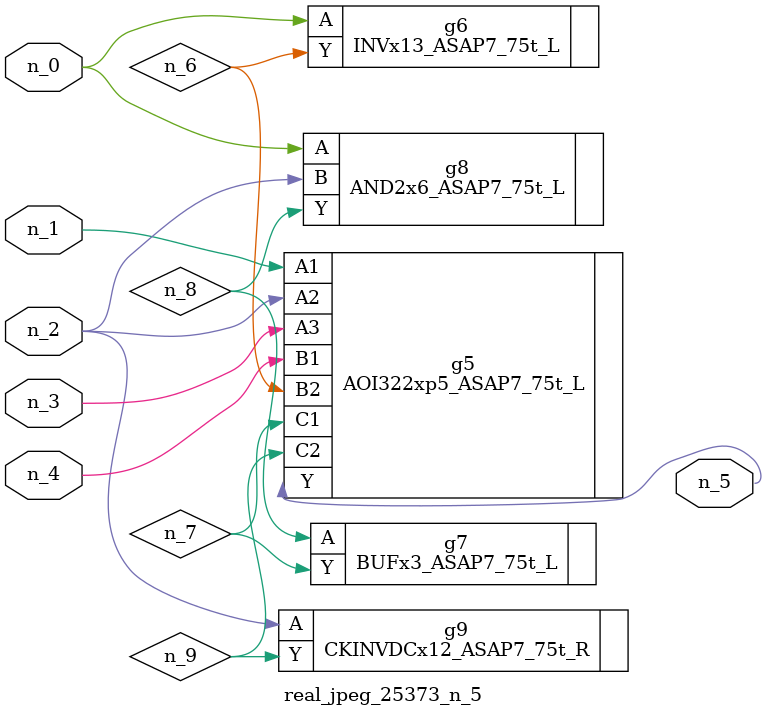
<source format=v>
module real_jpeg_25373_n_5 (n_4, n_0, n_1, n_2, n_3, n_5);

input n_4;
input n_0;
input n_1;
input n_2;
input n_3;

output n_5;

wire n_8;
wire n_6;
wire n_7;
wire n_9;

INVx13_ASAP7_75t_L g6 ( 
.A(n_0),
.Y(n_6)
);

AND2x6_ASAP7_75t_L g8 ( 
.A(n_0),
.B(n_2),
.Y(n_8)
);

AOI322xp5_ASAP7_75t_L g5 ( 
.A1(n_1),
.A2(n_2),
.A3(n_3),
.B1(n_4),
.B2(n_6),
.C1(n_7),
.C2(n_9),
.Y(n_5)
);

CKINVDCx12_ASAP7_75t_R g9 ( 
.A(n_2),
.Y(n_9)
);

BUFx3_ASAP7_75t_L g7 ( 
.A(n_8),
.Y(n_7)
);


endmodule
</source>
